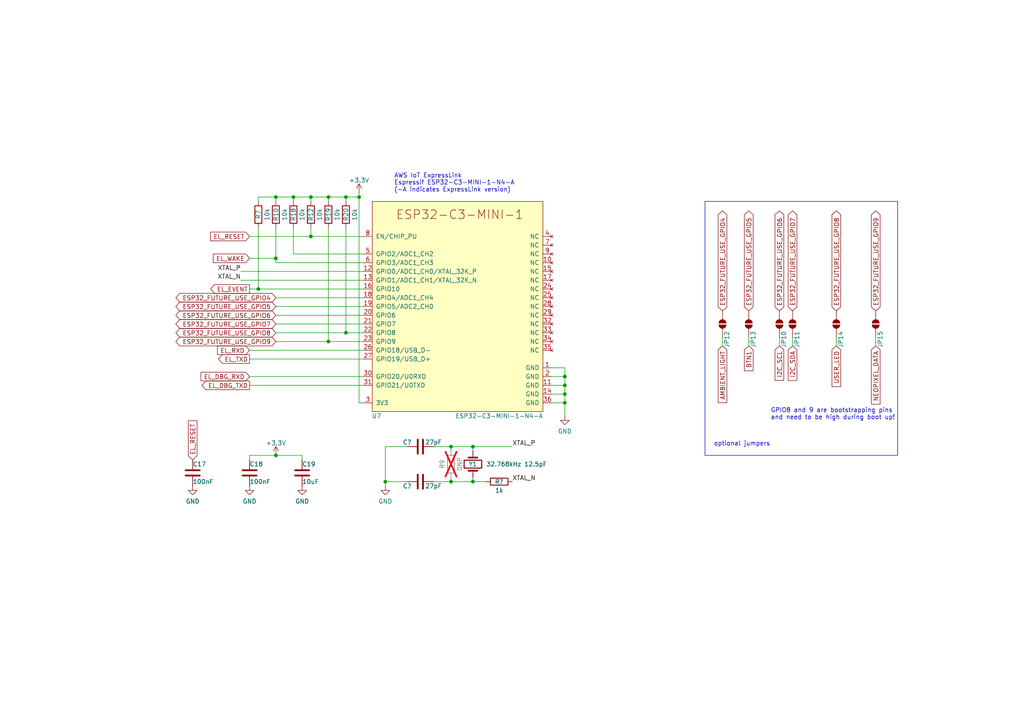
<source format=kicad_sch>
(kicad_sch (version 20230121) (generator eeschema)
  (paper "A4")
  (title_block (title "AWS IoT - Connected Product - Demo Badge 2023") (date "2023-08-22") (rev "1") (company "Amazon Web Services") (comment 1 "Thomas Kriechbaumer (thomkrie@amazon.com)") (comment 4 "https://github.com/aws-samples/aws-iot-connected-product-demo-badge"))
  (lib_symbols
    (symbol "Device:C" (pin_numbers hide) (pin_names (offset 0.254))
      (property "Reference" "C" (at 0.635 2.54 0))
      (property "Value" "C" (at 0.635 -2.54 0))
      (symbol "C_0_1"
        (polyline (pts (xy -2.032 -0.762) (xy 2.032 -0.762)) (stroke (width 0.508)))
        (polyline (pts (xy -2.032 0.762) (xy 2.032 0.762)) (stroke (width 0.508)))
      )
      (symbol "C_1_1"
        (pin passive line (at 0 3.81 270) (length 2.794) (name "~") (number "1"))
        (pin passive line (at 0 -3.81 90) (length 2.794) (name "~") (number "2"))
      )
    )
    (symbol "Device:Crystal" (pin_numbers hide) (pin_names (offset 1.016) hide)
      (property "Reference" "Y" (at 0 3.81 0))
      (property "Value" "Crystal" (at 0 -3.81 0))
      (symbol "Crystal_0_1"
        (rectangle (start -1.143 2.54) (end 1.143 -2.54) (stroke (width 0.3048)))
        (polyline (pts (xy -2.54 0) (xy -1.905 0)))
        (polyline (pts (xy -1.905 -1.27) (xy -1.905 1.27)) (stroke (width 0.508)))
        (polyline (pts (xy 1.905 -1.27) (xy 1.905 1.27)) (stroke (width 0.508)))
        (polyline (pts (xy 2.54 0) (xy 1.905 0)))
      )
      (symbol "Crystal_1_1"
        (pin passive line (at -3.81 0 0) (length 1.27) (name "1") (number "1"))
        (pin passive line (at 3.81 0 180) (length 1.27) (name "2") (number "2"))
      )
    )
    (symbol "Device:R" (pin_numbers hide) (pin_names (offset 0))
      (property "Reference" "R" (at 2.032 0 90))
      (property "Value" "R" (at 0 0 90))
      (symbol "R_0_1"
        (rectangle (start -1.016 -2.54) (end 1.016 2.54) (stroke (width 0.254)))
      )
      (symbol "R_1_1"
        (pin passive line (at 0 3.81 270) (length 1.27) (name "~") (number "1"))
        (pin passive line (at 0 -3.81 90) (length 1.27) (name "~") (number "2"))
      )
    )
    (symbol "Espressif:ESP32-C3-MINI-1" (pin_names (offset 1.016))
      (property "Reference" "U" (at 0 33.02 0))
      (property "Value" "ESP32-C3-MINI-1" (at 0 -30.48 0))
      (symbol "ESP32-C3-MINI-1_0_0"
        (text "ESP32-C3-MINI-1" (at 1.27 27.94 0) (effects (font (size 2.54 2.54))))
      )
      (symbol "ESP32-C3-MINI-1_0_1"
        (rectangle (start -24.13 31.75) (end 25.4 -29.21) (fill (type background)))
      )
      (symbol "ESP32-C3-MINI-1_1_1"
        (pin power_in line (at 27.94 -16.51 180) (length 2.54) (name "GND") (number "1"))
        (pin no_connect line (at 27.94 13.97 180) (length 2.54) (name "NC") (number "10"))
        (pin power_in line (at 27.94 -21.59 180) (length 2.54) (name "GND") (number "11"))
        (pin bidirectional line (at -26.67 11.43 0) (length 2.54) (name "GPIO0/ADC1_CH0/XTAL_32K_P") (number "12"))
        (pin bidirectional line (at -26.67 8.89 0) (length 2.54) (name "GPIO1/ADC1_CH1/XTAL_32K_N") (number "13"))
        (pin power_in line (at 27.94 -24.13 180) (length 2.54) (name "GND") (number "14"))
        (pin no_connect line (at 27.94 11.43 180) (length 2.54) (name "NC") (number "15"))
        (pin bidirectional line (at -26.67 6.35 0) (length 2.54) (name "GPIO10") (number "16"))
        (pin no_connect line (at 27.94 8.89 180) (length 2.54) (name "NC") (number "17"))
        (pin bidirectional line (at -26.67 3.81 0) (length 2.54) (name "GPIO4/ADC1_CH4") (number "18"))
        (pin bidirectional line (at -26.67 1.27 0) (length 2.54) (name "GPIO5/ADC2_CH0") (number "19"))
        (pin power_in line (at 27.94 -19.05 180) (length 2.54) (name "GND") (number "2"))
        (pin bidirectional line (at -26.67 -1.27 0) (length 2.54) (name "GPIO6") (number "20"))
        (pin bidirectional line (at -26.67 -3.81 0) (length 2.54) (name "GPIO7") (number "21"))
        (pin bidirectional line (at -26.67 -6.35 0) (length 2.54) (name "GPIO8") (number "22"))
        (pin bidirectional line (at -26.67 -8.89 0) (length 2.54) (name "GPIO9") (number "23"))
        (pin no_connect line (at 27.94 6.35 180) (length 2.54) (name "NC") (number "24"))
        (pin no_connect line (at 27.94 3.81 180) (length 2.54) (name "NC") (number "25"))
        (pin bidirectional line (at -26.67 -11.43 0) (length 2.54) (name "GPIO18/USB_D-") (number "26"))
        (pin bidirectional line (at -26.67 -13.97 0) (length 2.54) (name "GPIO19/USB_D+") (number "27"))
        (pin no_connect line (at 27.94 1.27 180) (length 2.54) (name "NC") (number "28"))
        (pin no_connect line (at 27.94 -1.27 180) (length 2.54) (name "NC") (number "29"))
        (pin power_in line (at -26.67 -26.67 0) (length 2.54) (name "3V3") (number "3"))
        (pin bidirectional line (at -26.67 -19.05 0) (length 2.54) (name "GPIO20/U0RXD") (number "30"))
        (pin bidirectional line (at -26.67 -21.59 0) (length 2.54) (name "GPIO21/U0TXD") (number "31"))
        (pin no_connect line (at 27.94 -3.81 180) (length 2.54) (name "NC") (number "32"))
        (pin no_connect line (at 27.94 -6.35 180) (length 2.54) (name "NC") (number "33"))
        (pin no_connect line (at 27.94 -8.89 180) (length 2.54) (name "NC") (number "34"))
        (pin no_connect line (at 27.94 -11.43 180) (length 2.54) (name "NC") (number "35"))
        (pin power_in line (at 27.94 -26.67 180) (length 2.54) (name "GND") (number "36"))
        (pin no_connect line (at 27.94 21.59 180) (length 2.54) (name "NC") (number "4"))
        (pin bidirectional line (at -26.67 16.51 0) (length 2.54) (name "GPIO2/ADC1_CH2") (number "5"))
        (pin bidirectional line (at -26.67 13.97 0) (length 2.54) (name "GPIO3/ADC1_CH3") (number "6"))
        (pin no_connect line (at 27.94 19.05 180) (length 2.54) (name "NC") (number "7"))
        (pin input line (at -26.67 21.59 0) (length 2.54) (name "EN/CHIP_PU") (number "8"))
        (pin no_connect line (at 27.94 16.51 180) (length 2.54) (name "NC") (number "9"))
      )
    )
    (symbol "Jumper:SolderJumper_2_Open" (pin_numbers hide) (pin_names (offset 0) hide)
      (property "Reference" "JP" (at 0 2.032 0))
      (property "Value" "SolderJumper_2_Open" (at 0 -2.54 0))
      (symbol "SolderJumper_2_Open_0_1"
        (arc (start -0.254 1.016) (mid -1.2656 0) (end -0.254 -1.016))
        (arc (start -0.254 1.016) (mid -1.2656 0) (end -0.254 -1.016) (fill (type outline)))
        (polyline (pts (xy -0.254 1.016) (xy -0.254 -1.016)))
        (polyline (pts (xy 0.254 1.016) (xy 0.254 -1.016)))
        (arc (start 0.254 -1.016) (mid 1.2656 0) (end 0.254 1.016))
        (arc (start 0.254 -1.016) (mid 1.2656 0) (end 0.254 1.016) (fill (type outline)))
      )
      (symbol "SolderJumper_2_Open_1_1"
        (pin passive line (at -3.81 0 0) (length 2.54) (name "A") (number "1"))
        (pin passive line (at 3.81 0 180) (length 2.54) (name "B") (number "2"))
      )
    )
    (symbol "SolderJumper_2_Open_1" (pin_numbers hide) (pin_names (offset 0) hide)
      (property "Reference" "JP" (at 0 2.032 0))
      (property "Value" "SolderJumper_2_Open" (at 0 -2.54 0))
      (symbol "SolderJumper_2_Open_1_0_1"
        (arc (start -0.254 1.016) (mid -1.2656 0) (end -0.254 -1.016))
        (arc (start -0.254 1.016) (mid -1.2656 0) (end -0.254 -1.016) (fill (type outline)))
        (polyline (pts (xy -0.254 1.016) (xy -0.254 -1.016)))
        (polyline (pts (xy 0.254 1.016) (xy 0.254 -1.016)))
        (arc (start 0.254 -1.016) (mid 1.2656 0) (end 0.254 1.016))
        (arc (start 0.254 -1.016) (mid 1.2656 0) (end 0.254 1.016) (fill (type outline)))
      )
      (symbol "SolderJumper_2_Open_1_1_1"
        (pin passive line (at -3.81 0 0) (length 2.54) (name "A") (number "1"))
        (pin passive line (at 3.81 0 180) (length 2.54) (name "B") (number "2"))
      )
    )
    (symbol "power:+3.3V" (power) (pin_names (offset 0))
      (property "Value" "+3.3V" (at 0 3.556 0))
      (symbol "+3.3V_0_1"
        (polyline (pts (xy -0.762 1.27) (xy 0 2.54)))
        (polyline (pts (xy 0 0) (xy 0 2.54)))
        (polyline (pts (xy 0 2.54) (xy 0.762 1.27)))
      )
      (symbol "+3.3V_1_1"
        (pin power_in line (at 0 0 90) (length 0) hide (name "+3.3V") (number "1"))
      )
    )
    (symbol "power:GND" (power) (pin_names (offset 0))
      (property "Value" "GND" (at 0 -3.81 0))
      (symbol "GND_0_1"
        (polyline (pts (xy 0 0) (xy 0 -1.27) (xy 1.27 -1.27) (xy 0 -2.54) (xy -1.27 -1.27) (xy 0 -1.27)))
      )
      (symbol "GND_1_1"
        (pin power_in line (at 0 0 270) (length 0) hide (name "GND") (number "1"))
      )
    )
  )
  (junction (at 163.83 109.22))
  (junction (at 137.16 129.54))
  (junction (at 163.83 111.76))
  (junction (at 90.17 68.58))
  (junction (at 74.93 83.82))
  (junction (at 104.14 57.15))
  (junction (at 163.83 116.84))
  (junction (at 163.83 114.3))
  (junction (at 80.01 57.15))
  (junction (at 130.81 129.54))
  (junction (at 80.01 132.08))
  (junction (at 85.09 57.15))
  (junction (at 90.17 57.15))
  (junction (at 111.76 139.7))
  (junction (at 100.33 57.15))
  (junction (at 95.25 57.15))
  (junction (at 137.16 139.7))
  (junction (at 80.01 74.93))
  (junction (at 95.25 99.06))
  (junction (at 130.81 139.7))
  (junction (at 100.33 96.52))
  (wire (pts (xy 104.14 55.88) (xy 104.14 57.15)))
  (wire (pts (xy 160.02 109.22) (xy 163.83 109.22)))
  (wire (pts (xy 130.81 129.54) (xy 130.81 130.81)))
  (wire (pts (xy 254 97.79) (xy 254 100.33)))
  (wire (pts (xy 163.83 111.76) (xy 163.83 114.3)))
  (wire (pts (xy 72.39 83.82) (xy 74.93 83.82)))
  (wire (pts (xy 163.83 116.84) (xy 163.83 120.65)))
  (wire (pts (xy 160.02 106.68) (xy 163.83 106.68)))
  (wire (pts (xy 111.76 139.7) (xy 118.11 139.7)))
  (wire (pts (xy 72.39 132.08) (xy 80.01 132.08)))
  (wire (pts (xy 95.25 57.15) (xy 100.33 57.15)))
  (wire (pts (xy 242.57 100.33) (xy 242.57 97.79)))
  (wire (pts (xy 74.93 66.04) (xy 74.93 83.82)))
  (wire (pts (xy 72.39 111.76) (xy 105.41 111.76)))
  (wire (pts (xy 125.73 139.7) (xy 130.81 139.7)))
  (wire (pts (xy 90.17 68.58) (xy 105.41 68.58)))
  (wire (pts (xy 160.02 111.76) (xy 163.83 111.76)))
  (wire (pts (xy 100.33 57.15) (xy 104.14 57.15)))
  (wire (pts (xy 160.02 114.3) (xy 163.83 114.3)))
  (wire (pts (xy 85.09 66.04) (xy 85.09 73.66)))
  (wire (pts (xy 69.85 81.28) (xy 105.41 81.28)))
  (wire (pts (xy 130.81 138.43) (xy 130.81 139.7)))
  (wire (pts (xy 80.01 88.9) (xy 105.41 88.9)))
  (wire (pts (xy 95.25 99.06) (xy 105.41 99.06)))
  (wire (pts (xy 95.25 66.04) (xy 95.25 99.06)))
  (wire (pts (xy 85.09 57.15) (xy 85.09 58.42)))
  (wire (pts (xy 217.17 97.79) (xy 217.17 100.33)))
  (wire (pts (xy 80.01 132.08) (xy 87.63 132.08)))
  (wire (pts (xy 137.16 129.54) (xy 148.59 129.54)))
  (wire (pts (xy 100.33 66.04) (xy 100.33 96.52)))
  (wire (pts (xy 111.76 129.54) (xy 111.76 139.7)))
  (wire (pts (xy 104.14 57.15) (xy 104.14 116.84)))
  (wire (pts (xy 140.97 139.7) (xy 137.16 139.7)))
  (wire (pts (xy 226.06 97.79) (xy 226.06 100.33)))
  (wire (pts (xy 104.14 116.84) (xy 105.41 116.84)))
  (wire (pts (xy 87.63 132.08) (xy 87.63 133.35)))
  (wire (pts (xy 74.93 83.82) (xy 105.41 83.82)))
  (wire (pts (xy 72.39 101.6) (xy 105.41 101.6)))
  (wire (pts (xy 118.11 129.54) (xy 111.76 129.54)))
  (wire (pts (xy 137.16 139.7) (xy 137.16 138.43)))
  (wire (pts (xy 95.25 57.15) (xy 95.25 58.42)))
  (wire (pts (xy 80.01 99.06) (xy 95.25 99.06)))
  (wire (pts (xy 209.55 100.33) (xy 209.55 97.79)))
  (wire (pts (xy 80.01 57.15) (xy 85.09 57.15)))
  (wire (pts (xy 80.01 93.98) (xy 105.41 93.98)))
  (wire (pts (xy 72.39 104.14) (xy 105.41 104.14)))
  (wire (pts (xy 72.39 74.93) (xy 80.01 74.93)))
  (wire (pts (xy 72.39 109.22) (xy 105.41 109.22)))
  (wire (pts (xy 80.01 74.93) (xy 80.01 76.2)))
  (wire (pts (xy 137.16 129.54) (xy 137.16 130.81)))
  (wire (pts (xy 163.83 106.68) (xy 163.83 109.22)))
  (wire (pts (xy 100.33 96.52) (xy 105.41 96.52)))
  (wire (pts (xy 85.09 73.66) (xy 105.41 73.66)))
  (wire (pts (xy 100.33 57.15) (xy 100.33 58.42)))
  (wire (pts (xy 74.93 57.15) (xy 80.01 57.15)))
  (wire (pts (xy 90.17 57.15) (xy 95.25 57.15)))
  (wire (pts (xy 130.81 129.54) (xy 137.16 129.54)))
  (wire (pts (xy 90.17 66.04) (xy 90.17 68.58)))
  (wire (pts (xy 72.39 68.58) (xy 90.17 68.58)))
  (wire (pts (xy 69.85 78.74) (xy 105.41 78.74)))
  (wire (pts (xy 130.81 139.7) (xy 137.16 139.7)))
  (wire (pts (xy 111.76 140.97) (xy 111.76 139.7)))
  (wire (pts (xy 80.01 86.36) (xy 105.41 86.36)))
  (wire (pts (xy 80.01 91.44) (xy 105.41 91.44)))
  (wire (pts (xy 125.73 129.54) (xy 130.81 129.54)))
  (wire (pts (xy 90.17 57.15) (xy 90.17 58.42)))
  (wire (pts (xy 85.09 57.15) (xy 90.17 57.15)))
  (wire (pts (xy 163.83 109.22) (xy 163.83 111.76)))
  (wire (pts (xy 80.01 76.2) (xy 105.41 76.2)))
  (wire (pts (xy 229.87 100.33) (xy 229.87 97.79)))
  (wire (pts (xy 163.83 114.3) (xy 163.83 116.84)))
  (wire (pts (xy 80.01 96.52) (xy 100.33 96.52)))
  (wire (pts (xy 80.01 66.04) (xy 80.01 74.93)))
  (wire (pts (xy 160.02 116.84) (xy 163.83 116.84)))
  (wire (pts (xy 72.39 132.08) (xy 72.39 133.35)))
  (wire (pts (xy 80.01 57.15) (xy 80.01 58.42)))
  (wire (pts (xy 74.93 58.42) (xy 74.93 57.15)))
  (rectangle (start 204.47 58.42) (end 260.35 132.08))
  (text "GPIO8 and 9 are bootstrapping pins\nand need to be high during boot up!" (at 223.52 121.92 0) (effects (font (size 1.27 1.27)) (justify left bottom)))
  (text "optional jumpers" (at 207.01 129.54 0) (effects (font (size 1.27 1.27)) (justify left bottom)))
  (text "AWS IoT ExpressLink\nEspressif ESP32-C3-MINI-1-N4-A\n(-A indicates ExpressLink version)" (at 114.3 55.88 0) (effects (font (size 1.27 1.27)) (justify left bottom)))
  (label "XTAL_N" (at 148.59 139.7 0) (property "Intersheetrefs" "${INTERSHEET_REFS}" (effects hide)))
  (label "XTAL_P" (at 148.59 129.54 0) (property "Intersheetrefs" "${INTERSHEET_REFS}" (effects hide)))
  (label "XTAL_P" (at 69.85 78.74 180) (property "Intersheetrefs" "${INTERSHEET_REFS}" (effects hide)))
  (label "XTAL_N" (at 69.85 81.28 180) (property "Intersheetrefs" "${INTERSHEET_REFS}" (effects hide)))
  (global_label "EL_WAKE" (shape input) (at 72.39 74.93 180) (property "Intersheetrefs" "${INTERSHEET_REFS}" (effects hide)))
  (global_label "EL_DBG_RXD" (shape input) (at 72.39 109.22 180) (property "Intersheetrefs" "${INTERSHEET_REFS}" (effects hide)))
  (global_label "ESP32_FUTURE_USE_GPIO6" (shape bidirectional) (at 226.06 90.17 90) (property "Intersheetrefs" "${INTERSHEET_REFS}" (effects hide)))
  (global_label "EL_DBG_TXD" (shape output) (at 72.39 111.76 180) (property "Intersheetrefs" "${INTERSHEET_REFS}" (effects hide)))
  (global_label "ESP32_FUTURE_USE_GPIO4" (shape bidirectional) (at 80.01 86.36 180) (property "Intersheetrefs" "${INTERSHEET_REFS}" (effects hide)))
  (global_label "I2C_SDA" (shape input) (at 229.87 100.33 270) (property "Intersheetrefs" "${INTERSHEET_REFS}" (effects hide)))
  (global_label "EL_RXD" (shape input) (at 72.39 101.6 180) (property "Intersheetrefs" "${INTERSHEET_REFS}" (effects hide)))
  (global_label "I2C_SCL" (shape input) (at 226.06 100.33 270) (property "Intersheetrefs" "${INTERSHEET_REFS}" (effects hide)))
  (global_label "ESP32_FUTURE_USE_GPIO7" (shape bidirectional) (at 80.01 93.98 180) (property "Intersheetrefs" "${INTERSHEET_REFS}" (effects hide)))
  (global_label "ESP32_FUTURE_USE_GPIO8" (shape bidirectional) (at 80.01 96.52 180) (property "Intersheetrefs" "${INTERSHEET_REFS}" (effects hide)))
  (global_label "EL_RESET" (shape input) (at 55.88 133.35 90) (property "Intersheetrefs" "${INTERSHEET_REFS}" (effects hide)))
  (global_label "EL_TXD" (shape output) (at 72.39 104.14 180) (property "Intersheetrefs" "${INTERSHEET_REFS}" (effects hide)))
  (global_label "USER_LED" (shape input) (at 242.57 100.33 270) (property "Intersheetrefs" "${INTERSHEET_REFS}" (effects hide)))
  (global_label "ESP32_FUTURE_USE_GPIO7" (shape bidirectional) (at 229.87 90.17 90) (property "Intersheetrefs" "${INTERSHEET_REFS}" (effects hide)))
  (global_label "NEOPIXEL_DATA" (shape input) (at 254 100.33 270) (property "Intersheetrefs" "${INTERSHEET_REFS}" (effects hide)))
  (global_label "ESP32_FUTURE_USE_GPIO6" (shape bidirectional) (at 80.01 91.44 180) (property "Intersheetrefs" "${INTERSHEET_REFS}" (effects hide)))
  (global_label "ESP32_FUTURE_USE_GPIO9" (shape bidirectional) (at 254 90.17 90) (property "Intersheetrefs" "${INTERSHEET_REFS}" (effects hide)))
  (global_label "AMBIENT_LIGHT" (shape input) (at 209.55 100.33 270) (property "Intersheetrefs" "${INTERSHEET_REFS}" (effects hide)))
  (global_label "EL_EVENT" (shape output) (at 72.39 83.82 180) (property "Intersheetrefs" "${INTERSHEET_REFS}" (effects hide)))
  (global_label "ESP32_FUTURE_USE_GPIO8" (shape bidirectional) (at 242.57 90.17 90) (property "Intersheetrefs" "${INTERSHEET_REFS}" (effects hide)))
  (global_label "ESP32_FUTURE_USE_GPIO5" (shape bidirectional) (at 80.01 88.9 180) (property "Intersheetrefs" "${INTERSHEET_REFS}" (effects hide)))
  (global_label "EL_RESET" (shape input) (at 72.39 68.58 180) (property "Intersheetrefs" "${INTERSHEET_REFS}" (effects hide)))
  (global_label "BTN1" (shape input) (at 217.17 100.33 270) (property "Intersheetrefs" "${INTERSHEET_REFS}" (effects hide)))
  (global_label "ESP32_FUTURE_USE_GPIO4" (shape bidirectional) (at 209.55 90.17 90) (property "Intersheetrefs" "${INTERSHEET_REFS}" (effects hide)))
  (global_label "ESP32_FUTURE_USE_GPIO5" (shape bidirectional) (at 217.17 90.17 90) (property "Intersheetrefs" "${INTERSHEET_REFS}" (effects hide)))
  (global_label "ESP32_FUTURE_USE_GPIO9" (shape bidirectional) (at 80.01 99.06 180) (property "Intersheetrefs" "${INTERSHEET_REFS}" (effects hide)))
  (symbol (lib_id "Espressif:ESP32-C3-MINI-1") (at 132.08 90.17 0) (unit 1)
    (property "Reference" "U7" (at 109.22 120.65 0))
    (property "Value" "ESP32-C3-MINI-1-N4-A" (at 144.78 120.65 0))
    (property "Footprint" "Espressif:ESP32-C3-MINI-1" (effects hide))
    (property "Datasheet" "https://www.espressif.com/sites/default/files/documentation/esp32-c3-mini-1_datasheet_en.pdf" (effects hide))
    (property "LCSC Part #" "C5224444" (effects hide))
    (property "Detail" "ExpressLink" (effects hide))
    (instances (project "demo-badge-2023" (path "" (reference "U7") (unit 1)) (path "" (reference "U6") (unit 1))))
  )
  (symbol (lib_id "Device:R") (at 85.09 62.23 180) (unit 1)
    (property "Reference" "R18" (at 85.09 62.23 90))
    (property "Value" "10k" (at 87.63 62.23 90))
    (property "Footprint" "Resistor_SMD:R_0603_1608Metric" (effects hide))
    (property "LCSC Part #" "C25804" (effects hide))
    (property "Detail" "0603 100mW 1%" (effects hide))
    (instances (project "demo-badge-2023" (path "" (reference "R18") (unit 1)) (path "" (reference "R11") (unit 1))))
  )
  (symbol (lib_id "Device:Crystal") (at 137.16 134.62 90) (unit 1)
    (property "Reference" "Y1" (at 135.89 134.62 90) (effects (justify right)))
    (property "Value" "32.768kHz 12.5pF" (at 140.97 134.62 90) (effects (justify right)))
    (property "Footprint" "Crystal:Crystal_SMD_3215-2Pin_3.2x1.5mm" (effects hide))
    (property "LCSC Part #" "C3035215" (effects hide))
    (property "Detail" "SMD 3215-2pin" (effects hide))
  )
  (symbol (lib_id "power:GND") (at 55.88 140.97 0) (unit 1)
    (property "Reference" "#PWR013" (effects hide))
    (property "Value" "GND" (at 55.88 145.4134 0))
    (instances (project "demo-badge-2023" (path "" (reference "#PWR013") (unit 1)) (path "" (reference "#PWR025") (unit 1))))
  )
  (symbol (lib_id "Device:R") (at 144.78 139.7 90) (unit 1)
    (property "Reference" "R?" (at 144.78 139.7 90))
    (property "Value" "1k" (at 144.78 142.24 90))
    (property "Footprint" "Resistor_SMD:R_0603_1608Metric" (effects hide))
    (property "LCSC Part #" "C21190" (effects hide))
    (property "Detail" "0603 100mW 1%" (effects hide))
    (instances (project "demo-badge-2023" (path "" (reference "R?") (unit 1)) (path "" (reference "R33") (unit 1))))
  )
  (symbol (lib_id "Jumper:SolderJumper_2_Open") (at 209.55 93.98 270) (unit 1) (in_bom no)
    (property "Reference" "JP12" (at 210.82 98.425 0))
    (property "Value" "SolderJumper_2_Open" (effects hide))
    (property "Footprint" "Jumper:SolderJumper-2_P1.3mm_Open_RoundedPad1.0x1.5mm" (effects hide))
  )
  (symbol (lib_id "Device:C") (at 121.92 139.7 270) (unit 1)
    (property "Reference" "C?" (at 118.11 140.97 90))
    (property "Value" "27pF" (at 125.73 140.97 90))
    (property "Footprint" "Capacitor_SMD:C_0603_1608Metric" (effects hide))
    (property "LCSC Part #" "C107045" (effects hide))
    (property "Detail" "0603 MLCC" (effects hide))
    (instances (project "demo-badge-2023" (path "" (reference "C?") (unit 1)) (path "" (reference "C34") (unit 1))))
  )
  (symbol (lib_id "Device:R") (at 95.25 62.23 180) (unit 1)
    (property "Reference" "R19" (at 95.25 62.23 90))
    (property "Value" "10k" (at 97.79 62.23 90))
    (property "Footprint" "Resistor_SMD:R_0603_1608Metric" (effects hide))
    (property "LCSC Part #" "C25804" (effects hide))
    (property "Detail" "0603 100mW 1%" (effects hide))
  )
  (symbol (lib_id "power:GND") (at 87.63 140.97 0) (unit 1)
    (property "Reference" "#PWR047" (effects hide))
    (property "Value" "GND" (at 87.63 145.4134 0))
    (instances (project "demo-badge-2023" (path "" (reference "#PWR047") (unit 1)) (path "" (reference "#PWR029") (unit 1))))
  )
  (symbol (lib_id "power:GND") (at 72.39 140.97 0) (unit 1)
    (property "Reference" "#PWR044" (effects hide))
    (property "Value" "GND" (at 72.39 145.4134 0))
    (instances (project "demo-badge-2023" (path "" (reference "#PWR044") (unit 1)) (path "" (reference "#PWR026") (unit 1))))
  )
  (symbol (lib_id "Jumper:SolderJumper_2_Open") (at 254 93.98 270) (unit 1) (in_bom no)
    (property "Reference" "JP15" (at 255.27 98.425 0))
    (property "Value" "SolderJumper_2_Open" (effects hide))
    (property "Footprint" "Jumper:SolderJumper-2_P1.3mm_Open_RoundedPad1.0x1.5mm" (effects hide))
  )
  (symbol (lib_id "Device:R") (at 74.93 62.23 180) (unit 1)
    (property "Reference" "R7" (at 74.93 62.23 90))
    (property "Value" "10k" (at 77.47 62.23 90))
    (property "Footprint" "Resistor_SMD:R_0603_1608Metric" (effects hide))
    (property "LCSC Part #" "C25804" (effects hide))
    (property "Detail" "0603 100mW 1%" (effects hide))
    (instances (project "demo-badge-2023" (path "" (reference "R7") (unit 1)) (path "" (reference "R9") (unit 1))))
  )
  (symbol (lib_id "Jumper:SolderJumper_2_Open") (at 229.87 93.98 270) (unit 1) (in_bom no)
    (property "Reference" "JP11" (at 231.14 98.425 0))
    (property "Value" "SolderJumper_2_Open" (effects hide))
    (property "Footprint" "Jumper:SolderJumper-2_P1.3mm_Open_RoundedPad1.0x1.5mm" (effects hide))
  )
  (symbol (lib_id "Device:R") (at 130.81 134.62 180) (unit 1) (in_bom no) (dnp yes)
    (property "Reference" "R9" (at 128.27 134.62 90))
    (property "Value" "DNP" (at 133.35 134.62 90))
    (property "Footprint" "Resistor_SMD:R_0603_1608Metric" (effects hide))
    (instances (project "demo-badge-2023" (path "" (reference "R9") (unit 1)) (path "" (reference "R32") (unit 1))))
  )
  (symbol (lib_id "Device:C") (at 87.63 137.16 180) (unit 1)
    (property "Reference" "C19" (at 87.63 134.62 0) (effects (justify right)))
    (property "Value" "10uF" (at 87.63 139.7 0) (effects (justify right)))
    (property "Footprint" "Capacitor_SMD:C_0603_1608Metric" (effects hide))
    (property "LCSC Part #" "C19702" (effects hide))
    (property "Detail" "0603 MLCC" (effects hide))
  )
  (symbol (lib_id "power:GND") (at 111.76 140.97 0) (unit 1)
    (property "Reference" "#PWR?" (effects hide))
    (property "Value" "GND" (at 111.76 145.4134 0))
    (instances (project "demo-badge-2023" (path "" (reference "#PWR?") (unit 1)) (path "" (reference "#PWR066") (unit 1))))
  )
  (symbol (lib_id "power:+3.3V") (at 104.14 55.88 0) (unit 1)
    (property "Reference" "#PWR046" (effects hide))
    (property "Value" "+3.3V" (at 104.14 52.3042 0))
    (instances (project "demo-badge-2023" (path "" (reference "#PWR046") (unit 1)) (path "" (reference "#PWR031") (unit 1))))
  )
  (symbol (lib_id "Device:R") (at 80.01 62.23 180) (unit 1)
    (property "Reference" "R10" (at 80.01 62.23 90))
    (property "Value" "10k" (at 82.55 62.23 90))
    (property "Footprint" "Resistor_SMD:R_0603_1608Metric" (effects hide))
    (property "LCSC Part #" "C25804" (effects hide))
    (property "Detail" "0603 100mW 1%" (effects hide))
  )
  (symbol (lib_id "power:GND") (at 163.83 120.65 0) (unit 1)
    (property "Reference" "#PWR058" (effects hide))
    (property "Value" "GND" (at 163.83 125.0934 0))
    (instances (project "demo-badge-2023" (path "" (reference "#PWR058") (unit 1)) (path "" (reference "#PWR036") (unit 1))))
  )
  (symbol (lib_id "Jumper:SolderJumper_2_Open") (at 242.57 93.98 270) (unit 1) (in_bom no)
    (property "Reference" "JP14" (at 243.84 98.425 0))
    (property "Value" "SolderJumper_2_Open" (effects hide))
    (property "Footprint" "Jumper:SolderJumper-2_P1.3mm_Open_RoundedPad1.0x1.5mm" (effects hide))
  )
  (symbol (lib_name "SolderJumper_2_Open_1") (lib_id "Jumper:SolderJumper_2_Open") (at 226.06 93.98 270) (unit 1) (in_bom no)
    (property "Reference" "JP10" (at 227.33 98.425 0))
    (property "Value" "SolderJumper_2_Open" (effects hide))
    (property "Footprint" "Jumper:SolderJumper-2_P1.3mm_Open_RoundedPad1.0x1.5mm" (effects hide))
  )
  (symbol (lib_id "Jumper:SolderJumper_2_Open") (at 217.17 93.98 270) (unit 1) (in_bom no)
    (property "Reference" "JP13" (at 218.44 98.425 0))
    (property "Value" "SolderJumper_2_Open" (effects hide))
    (property "Footprint" "Jumper:SolderJumper-2_P1.3mm_Open_RoundedPad1.0x1.5mm" (effects hide))
  )
  (symbol (lib_id "Device:C") (at 121.92 129.54 270) (unit 1)
    (property "Reference" "C?" (at 118.11 128.27 90))
    (property "Value" "27pF" (at 125.73 128.27 90))
    (property "Footprint" "Capacitor_SMD:C_0603_1608Metric" (effects hide))
    (property "LCSC Part #" "C107045" (effects hide))
    (property "Detail" "0603 MLCC" (effects hide))
    (instances (project "demo-badge-2023" (path "" (reference "C?") (unit 1)) (path "" (reference "C29") (unit 1))))
  )
  (symbol (lib_id "Device:R") (at 90.17 62.23 180) (unit 1)
    (property "Reference" "R12" (at 90.17 62.23 90))
    (property "Value" "10k" (at 92.71 62.23 90))
    (property "Footprint" "Resistor_SMD:R_0603_1608Metric" (effects hide))
    (property "LCSC Part #" "C25804" (effects hide))
    (property "Detail" "0603 100mW 1%" (effects hide))
    (instances (project "demo-badge-2023" (path "" (reference "R12") (unit 1)) (path "" (reference "R18") (unit 1))))
  )
  (symbol (lib_id "Device:R") (at 100.33 62.23 180) (unit 1)
    (property "Reference" "R20" (at 100.33 62.23 90))
    (property "Value" "10k" (at 102.87 62.23 90))
    (property "Footprint" "Resistor_SMD:R_0603_1608Metric" (effects hide))
    (property "LCSC Part #" "C25804" (effects hide))
    (property "Detail" "0603 100mW 1%" (effects hide))
  )
  (symbol (lib_id "power:+3.3V") (at 80.01 132.08 0) (unit 1)
    (property "Reference" "#PWR025" (effects hide))
    (property "Value" "+3.3V" (at 80.01 128.5042 0))
    (instances (project "demo-badge-2023" (path "" (reference "#PWR025") (unit 1)) (path "" (reference "#PWR028") (unit 1))))
  )
  (symbol (lib_id "Device:C") (at 72.39 137.16 180) (unit 1)
    (property "Reference" "C18" (at 72.39 134.62 0) (effects (justify right)))
    (property "Value" "100nF" (at 72.39 139.7 0) (effects (justify right)))
    (property "Footprint" "Capacitor_SMD:C_0603_1608Metric" (effects hide))
    (property "LCSC Part #" "C14663" (effects hide))
    (property "Detail" "0603 MLCC" (effects hide))
  )
  (symbol (lib_id "Device:C") (at 55.88 137.16 0) (unit 1)
    (property "Reference" "C17" (at 55.88 134.62 0) (effects (justify left)))
    (property "Value" "100nF" (at 55.88 139.7 0) (effects (justify left)))
    (property "Footprint" "Capacitor_SMD:C_0603_1608Metric" (effects hide))
    (property "LCSC Part #" "C14663" (effects hide))
    (property "Detail" "0603 MLCC" (effects hide))
    (instances (project "demo-badge-2023" (path "" (reference "C17") (unit 1)) (path "" (reference "C14") (unit 1))))
  )
)
</source>
